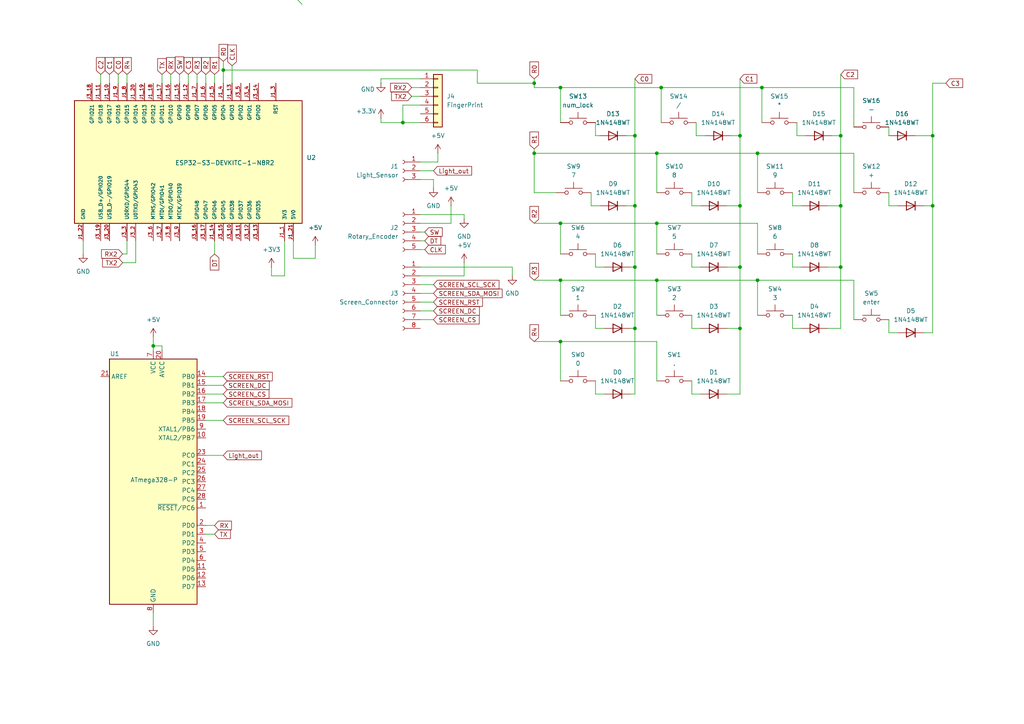
<source format=kicad_sch>
(kicad_sch (version 20250114) (generator "eeschema") (generator_version "9.0")
  (paper "A4")
  (lib_symbols
    (symbol "Connector:Conn_01x03_Socket" (pin_names (offset 1.016) (hide yes))
      (property "Reference" "J" (at 0 5.08 0))
      (property "Value" "Conn_01x03_Socket" (at 0 -5.08 0))
      (symbol "Conn_01x03_Socket_1_1"
        (polyline (pts (xy -1.27 2.54) (xy -0.508 2.54)) (stroke (width 0.1524)))
        (polyline (pts (xy -1.27 0) (xy -0.508 0)) (stroke (width 0.1524)))
        (polyline (pts (xy -1.27 -2.54) (xy -0.508 -2.54)) (stroke (width 0.1524)))
        (arc (start 0 2.032) (mid -0.5058 2.54) (end 0 3.048) (stroke (width 0.1524)))
        (arc (start 0 -0.508) (mid -0.5058 0) (end 0 0.508) (stroke (width 0.1524)))
        (arc (start 0 -3.048) (mid -0.5058 -2.54) (end 0 -2.032) (stroke (width 0.1524)))
        (pin passive line (at -5.08 2.54 0) (length 3.81) (name "Pin_1") (number "1"))
        (pin passive line (at -5.08 0 0) (length 3.81) (name "Pin_2") (number "2"))
        (pin passive line (at -5.08 -2.54 0) (length 3.81) (name "Pin_3") (number "3"))
      )
    )
    (symbol "Connector:Conn_01x05_Socket" (pin_names (offset 1.016) (hide yes))
      (property "Reference" "J" (at 0 7.62 0))
      (property "Value" "Conn_01x05_Socket" (at 0 -7.62 0))
      (symbol "Conn_01x05_Socket_1_1"
        (polyline (pts (xy -1.27 5.08) (xy -0.508 5.08)) (stroke (width 0.1524)))
        (polyline (pts (xy -1.27 2.54) (xy -0.508 2.54)) (stroke (width 0.1524)))
        (polyline (pts (xy -1.27 0) (xy -0.508 0)) (stroke (width 0.1524)))
        (polyline (pts (xy -1.27 -2.54) (xy -0.508 -2.54)) (stroke (width 0.1524)))
        (polyline (pts (xy -1.27 -5.08) (xy -0.508 -5.08)) (stroke (width 0.1524)))
        (arc (start 0 4.572) (mid -0.5058 5.08) (end 0 5.588) (stroke (width 0.1524)))
        (arc (start 0 2.032) (mid -0.5058 2.54) (end 0 3.048) (stroke (width 0.1524)))
        (arc (start 0 -0.508) (mid -0.5058 0) (end 0 0.508) (stroke (width 0.1524)))
        (arc (start 0 -3.048) (mid -0.5058 -2.54) (end 0 -2.032) (stroke (width 0.1524)))
        (arc (start 0 -5.588) (mid -0.5058 -5.08) (end 0 -4.572) (stroke (width 0.1524)))
        (pin passive line (at -5.08 5.08 0) (length 3.81) (name "Pin_1") (number "1"))
        (pin passive line (at -5.08 2.54 0) (length 3.81) (name "Pin_2") (number "2"))
        (pin passive line (at -5.08 0 0) (length 3.81) (name "Pin_3") (number "3"))
        (pin passive line (at -5.08 -2.54 0) (length 3.81) (name "Pin_4") (number "4"))
        (pin passive line (at -5.08 -5.08 0) (length 3.81) (name "Pin_5") (number "5"))
      )
    )
    (symbol "Connector:Conn_01x08_Socket" (pin_names (offset 1.016) (hide yes))
      (property "Reference" "J" (at 0 10.16 0))
      (property "Value" "Conn_01x08_Socket" (at 0 -12.7 0))
      (symbol "Conn_01x08_Socket_1_1"
        (polyline (pts (xy -1.27 7.62) (xy -0.508 7.62)) (stroke (width 0.1524)))
        (polyline (pts (xy -1.27 5.08) (xy -0.508 5.08)) (stroke (width 0.1524)))
        (polyline (pts (xy -1.27 2.54) (xy -0.508 2.54)) (stroke (width 0.1524)))
        (polyline (pts (xy -1.27 0) (xy -0.508 0)) (stroke (width 0.1524)))
        (polyline (pts (xy -1.27 -2.54) (xy -0.508 -2.54)) (stroke (width 0.1524)))
        (polyline (pts (xy -1.27 -5.08) (xy -0.508 -5.08)) (stroke (width 0.1524)))
        (polyline (pts (xy -1.27 -7.62) (xy -0.508 -7.62)) (stroke (width 0.1524)))
        (polyline (pts (xy -1.27 -10.16) (xy -0.508 -10.16)) (stroke (width 0.1524)))
        (arc (start 0 7.112) (mid -0.5058 7.62) (end 0 8.128) (stroke (width 0.1524)))
        (arc (start 0 4.572) (mid -0.5058 5.08) (end 0 5.588) (stroke (width 0.1524)))
        (arc (start 0 2.032) (mid -0.5058 2.54) (end 0 3.048) (stroke (width 0.1524)))
        (arc (start 0 -0.508) (mid -0.5058 0) (end 0 0.508) (stroke (width 0.1524)))
        (arc (start 0 -3.048) (mid -0.5058 -2.54) (end 0 -2.032) (stroke (width 0.1524)))
        (arc (start 0 -5.588) (mid -0.5058 -5.08) (end 0 -4.572) (stroke (width 0.1524)))
        (arc (start 0 -8.128) (mid -0.5058 -7.62) (end 0 -7.112) (stroke (width 0.1524)))
        (arc (start 0 -10.668) (mid -0.5058 -10.16) (end 0 -9.652) (stroke (width 0.1524)))
        (pin passive line (at -5.08 7.62 0) (length 3.81) (name "Pin_1") (number "1"))
        (pin passive line (at -5.08 5.08 0) (length 3.81) (name "Pin_2") (number "2"))
        (pin passive line (at -5.08 2.54 0) (length 3.81) (name "Pin_3") (number "3"))
        (pin passive line (at -5.08 0 0) (length 3.81) (name "Pin_4") (number "4"))
        (pin passive line (at -5.08 -2.54 0) (length 3.81) (name "Pin_5") (number "5"))
        (pin passive line (at -5.08 -5.08 0) (length 3.81) (name "Pin_6") (number "6"))
        (pin passive line (at -5.08 -7.62 0) (length 3.81) (name "Pin_7") (number "7"))
        (pin passive line (at -5.08 -10.16 0) (length 3.81) (name "Pin_8") (number "8"))
      )
    )
    (symbol "Connector_Generic:Conn_01x06" (pin_names (offset 1.016) (hide yes))
      (property "Reference" "J" (at 0 7.62 0))
      (property "Value" "Conn_01x06" (at 0 -10.16 0))
      (symbol "Conn_01x06_1_1"
        (rectangle (start -1.27 6.35) (end 1.27 -8.89) (stroke (width 0.254)) (fill (type background)))
        (rectangle (start -1.27 5.207) (end 0 4.953) (stroke (width 0.1524)))
        (rectangle (start -1.27 2.667) (end 0 2.413) (stroke (width 0.1524)))
        (rectangle (start -1.27 0.127) (end 0 -0.127) (stroke (width 0.1524)))
        (rectangle (start -1.27 -2.413) (end 0 -2.667) (stroke (width 0.1524)))
        (rectangle (start -1.27 -4.953) (end 0 -5.207) (stroke (width 0.1524)))
        (rectangle (start -1.27 -7.493) (end 0 -7.747) (stroke (width 0.1524)))
        (pin passive line (at -5.08 5.08 0) (length 3.81) (name "Pin_1") (number "1"))
        (pin passive line (at -5.08 2.54 0) (length 3.81) (name "Pin_2") (number "2"))
        (pin passive line (at -5.08 0 0) (length 3.81) (name "Pin_3") (number "3"))
        (pin passive line (at -5.08 -2.54 0) (length 3.81) (name "Pin_4") (number "4"))
        (pin passive line (at -5.08 -5.08 0) (length 3.81) (name "Pin_5") (number "5"))
        (pin passive line (at -5.08 -7.62 0) (length 3.81) (name "Pin_6") (number "6"))
      )
    )
    (symbol "Diode:1N4148WT" (pin_numbers (hide yes)) (pin_names (hide yes))
      (property "Reference" "D" (at 0 2.54 0))
      (property "Value" "1N4148WT" (at 0 -2.54 0))
      (symbol "1N4148WT_0_1"
        (polyline (pts (xy -1.27 1.27) (xy -1.27 -1.27)) (stroke (width 0.254)))
        (polyline (pts (xy 1.27 1.27) (xy 1.27 -1.27) (xy -1.27 0) (xy 1.27 1.27)) (stroke (width 0.254)))
        (polyline (pts (xy 1.27 0) (xy -1.27 0)))
      )
      (symbol "1N4148WT_1_1"
        (pin passive line (at -3.81 0 0) (length 2.54) (name "K") (number "1"))
        (pin passive line (at 3.81 0 180) (length 2.54) (name "A") (number "2"))
      )
    )
    (symbol "ESP32-S3-DEVKITC-1-N8R2:ESP32-S3-DEVKITC-1-N8R2" (pin_names (offset 1.016))
      (property "Reference" "U" (at -17.78 35.56 0))
      (property "Value" "ESP32-S3-DEVKITC-1-N8R2" (at -17.78 -35.56 0))
      (symbol "ESP32-S3-DEVKITC-1-N8R2_0_0"
        (rectangle (start -17.78 -33.02) (end 17.78 33.02) (stroke (width 0.254)) (fill (type background)))
        (pin input line (at -22.86 25.4 0) (length 5.08) (name "RST") (number "J1_3"))
        (pin bidirectional line (at -22.86 20.32 0) (length 5.08) (name "GPIO0") (number "J3_14"))
        (pin bidirectional line (at -22.86 17.78 0) (length 5.08) (name "GPIO1") (number "J3_4"))
        (pin bidirectional line (at -22.86 15.24 0) (length 5.08) (name "GPIO2") (number "J3_5"))
        (pin bidirectional line (at -22.86 12.7 0) (length 5.08) (name "GPIO3") (number "J1_13"))
        (pin bidirectional line (at -22.86 10.16 0) (length 5.08) (name "GPIO4") (number "J1_4"))
        (pin bidirectional line (at -22.86 7.62 0) (length 5.08) (name "GPIO5") (number "J1_5"))
        (pin bidirectional line (at -22.86 5.08 0) (length 5.08) (name "GPIO6") (number "J1_6"))
        (pin bidirectional line (at -22.86 2.54 0) (length 5.08) (name "GPIO7") (number "J1_7"))
        (pin bidirectional line (at -22.86 0 0) (length 5.08) (name "GPIO8") (number "J1_12"))
        (pin bidirectional line (at -22.86 -2.54 0) (length 5.08) (name "GPIO9") (number "J1_15"))
        (pin bidirectional line (at -22.86 -5.08 0) (length 5.08) (name "GPIO10") (number "J1_16"))
        (pin bidirectional line (at -22.86 -7.62 0) (length 5.08) (name "GPIO11") (number "J1_17"))
        (pin bidirectional line (at -22.86 -10.16 0) (length 5.08) (name "GPIO12") (number "J1_18"))
        (pin bidirectional line (at -22.86 -12.7 0) (length 5.08) (name "GPIO13") (number "J1_19"))
        (pin bidirectional line (at -22.86 -15.24 0) (length 5.08) (name "GPIO14") (number "J1_20"))
        (pin bidirectional line (at -22.86 -17.78 0) (length 5.08) (name "GPIO15") (number "J1_8"))
        (pin bidirectional line (at -22.86 -20.32 0) (length 5.08) (name "GPIO16") (number "J1_9"))
        (pin bidirectional line (at -22.86 -22.86 0) (length 5.08) (name "GPIO17") (number "J1_10"))
        (pin bidirectional line (at -22.86 -25.4 0) (length 5.08) (name "GPIO18") (number "J1_11"))
        (pin bidirectional line (at -22.86 -27.94 0) (length 5.08) (name "GPIO21") (number "J3_18"))
        (pin power_in line (at 22.86 30.48 180) (length 5.08) (name "5V0") (number "J1_21"))
        (pin power_in line (at 22.86 27.94 180) (length 5.08) (name "3V3") (number "J1_1"))
        (pin power_in line (at 22.86 27.94 180) (length 5.08) (hide yes) (name "3V3") (number "J1_2"))
        (pin bidirectional line (at 22.86 20.32 180) (length 5.08) (name "GPIO35") (number "J3_13"))
        (pin bidirectional line (at 22.86 17.78 180) (length 5.08) (name "GPIO36") (number "J3_12"))
        (pin bidirectional line (at 22.86 15.24 180) (length 5.08) (name "GPIO37") (number "J3_11"))
        (pin bidirectional line (at 22.86 12.7 180) (length 5.08) (name "GPIO38") (number "J3_10"))
        (pin bidirectional line (at 22.86 10.16 180) (length 5.08) (name "GPIO45") (number "J3_15"))
        (pin bidirectional line (at 22.86 7.62 180) (length 5.08) (name "GPIO46") (number "J1_14"))
        (pin bidirectional line (at 22.86 5.08 180) (length 5.08) (name "GPIO47") (number "J3_17"))
        (pin bidirectional line (at 22.86 2.54 180) (length 5.08) (name "GPIO48") (number "J3_16"))
        (pin bidirectional line (at 22.86 -2.54 180) (length 5.08) (name "MTCK/GPIO39") (number "J3_9"))
        (pin bidirectional line (at 22.86 -5.08 180) (length 5.08) (name "MTDO/GPIO40") (number "J3_8"))
        (pin bidirectional line (at 22.86 -7.62 180) (length 5.08) (name "MTDI/GPIO41") (number "J3_7"))
        (pin bidirectional line (at 22.86 -10.16 180) (length 5.08) (name "MTMS/GPIO42") (number "J3_6"))
        (pin bidirectional line (at 22.86 -15.24 180) (length 5.08) (name "U0TXD/GPIO43") (number "J3_2"))
        (pin bidirectional line (at 22.86 -17.78 180) (length 5.08) (name "U0RXD/GPIO44") (number "J3_3"))
        (pin bidirectional line (at 22.86 -22.86 180) (length 5.08) (name "USB_D-/GPIO19") (number "J3_20"))
        (pin bidirectional line (at 22.86 -25.4 180) (length 5.08) (name "USB_D+/GPIO20") (number "J3_19"))
        (pin power_in line (at 22.86 -30.48 180) (length 5.08) (name "GND") (number "J1_22"))
        (pin power_in line (at 22.86 -30.48 180) (length 5.08) (hide yes) (name "GND") (number "J3_1"))
        (pin power_in line (at 22.86 -30.48 180) (length 5.08) (hide yes) (name "GND") (number "J3_21"))
        (pin power_in line (at 22.86 -30.48 180) (length 5.08) (hide yes) (name "GND") (number "J3_22"))
      )
    )
    (symbol "MCU_Microchip_ATmega:ATmega328-P"
      (property "Reference" "U" (at -12.7 36.83 0))
      (property "Value" "ATmega328-P" (at 2.54 -36.83 0))
      (symbol "ATmega328-P_0_1"
        (rectangle (start -12.7 -35.56) (end 12.7 35.56) (stroke (width 0.254)) (fill (type background)))
      )
      (symbol "ATmega328-P_1_1"
        (pin passive line (at -15.24 30.48 0) (length 2.54) (name "AREF") (number "21"))
        (pin power_in line (at 0 38.1 270) (length 2.54) (name "VCC") (number "7"))
        (pin passive line (at 0 -38.1 90) (length 2.54) (hide yes) (name "GND") (number "22"))
        (pin power_in line (at 0 -38.1 90) (length 2.54) (name "GND") (number "8"))
        (pin power_in line (at 2.54 38.1 270) (length 2.54) (name "AVCC") (number "20"))
        (pin bidirectional line (at 15.24 30.48 180) (length 2.54) (name "PB0") (number "14"))
        (pin bidirectional line (at 15.24 27.94 180) (length 2.54) (name "PB1") (number "15"))
        (pin bidirectional line (at 15.24 25.4 180) (length 2.54) (name "PB2") (number "16"))
        (pin bidirectional line (at 15.24 22.86 180) (length 2.54) (name "PB3") (number "17"))
        (pin bidirectional line (at 15.24 20.32 180) (length 2.54) (name "PB4") (number "18"))
        (pin bidirectional line (at 15.24 17.78 180) (length 2.54) (name "PB5") (number "19"))
        (pin bidirectional line (at 15.24 15.24 180) (length 2.54) (name "XTAL1/PB6") (number "9"))
        (pin bidirectional line (at 15.24 12.7 180) (length 2.54) (name "XTAL2/PB7") (number "10"))
        (pin bidirectional line (at 15.24 7.62 180) (length 2.54) (name "PC0") (number "23"))
        (pin bidirectional line (at 15.24 5.08 180) (length 2.54) (name "PC1") (number "24"))
        (pin bidirectional line (at 15.24 2.54 180) (length 2.54) (name "PC2") (number "25"))
        (pin bidirectional line (at 15.24 0 180) (length 2.54) (name "PC3") (number "26"))
        (pin bidirectional line (at 15.24 -2.54 180) (length 2.54) (name "PC4") (number "27"))
        (pin bidirectional line (at 15.24 -5.08 180) (length 2.54) (name "PC5") (number "28"))
        (pin bidirectional line (at 15.24 -7.62 180) (length 2.54) (name "~{RESET}/PC6") (number "1"))
        (pin bidirectional line (at 15.24 -12.7 180) (length 2.54) (name "PD0") (number "2"))
        (pin bidirectional line (at 15.24 -15.24 180) (length 2.54) (name "PD1") (number "3"))
        (pin bidirectional line (at 15.24 -17.78 180) (length 2.54) (name "PD2") (number "4"))
        (pin bidirectional line (at 15.24 -20.32 180) (length 2.54) (name "PD3") (number "5"))
        (pin bidirectional line (at 15.24 -22.86 180) (length 2.54) (name "PD4") (number "6"))
        (pin bidirectional line (at 15.24 -25.4 180) (length 2.54) (name "PD5") (number "11"))
        (pin bidirectional line (at 15.24 -27.94 180) (length 2.54) (name "PD6") (number "12"))
        (pin bidirectional line (at 15.24 -30.48 180) (length 2.54) (name "PD7") (number "13"))
      )
    )
    (symbol "Switch:SW_Push" (pin_numbers (hide yes)) (pin_names (offset 1.016) (hide yes))
      (property "Reference" "SW" (at 1.27 2.54 0))
      (property "Value" "SW_Push" (at 0 -1.524 0))
      (symbol "SW_Push_0_1"
        (circle (center -2.032 0) (radius 0.508))
        (polyline (pts (xy 0 1.27) (xy 0 3.048)))
        (circle (center 2.032 0) (radius 0.508))
        (polyline (pts (xy 2.54 1.27) (xy -2.54 1.27)))
        (pin passive line (at -5.08 0 0) (length 2.54) (name "1") (number "1"))
        (pin passive line (at 5.08 0 180) (length 2.54) (name "2") (number "2"))
      )
    )
    (symbol "power:+3.3V" (power) (pin_numbers (hide yes)) (pin_names (offset 0) (hide yes))
      (property "Value" "+3.3V" (at 0 3.556 0))
      (symbol "+3.3V_0_1"
        (polyline (pts (xy -0.762 1.27) (xy 0 2.54)))
        (polyline (pts (xy 0 2.54) (xy 0.762 1.27)))
        (polyline (pts (xy 0 0) (xy 0 2.54)))
      )
      (symbol "+3.3V_1_1"
        (pin power_in line (at 0 0 90) (length 0) (name "~") (number "1"))
      )
    )
    (symbol "power:+3V3" (power) (pin_numbers (hide yes)) (pin_names (offset 0) (hide yes))
      (property "Value" "+3V3" (at 0 3.556 0))
      (symbol "+3V3_0_1"
        (polyline (pts (xy -0.762 1.27) (xy 0 2.54)))
        (polyline (pts (xy 0 2.54) (xy 0.762 1.27)))
        (polyline (pts (xy 0 0) (xy 0 2.54)))
      )
      (symbol "+3V3_1_1"
        (pin power_in line (at 0 0 90) (length 0) (name "~") (number "1"))
      )
    )
    (symbol "power:+5V" (power) (pin_numbers (hide yes)) (pin_names (offset 0) (hide yes))
      (property "Value" "+5V" (at 0 3.556 0))
      (symbol "+5V_0_1"
        (polyline (pts (xy -0.762 1.27) (xy 0 2.54)))
        (polyline (pts (xy 0 2.54) (xy 0.762 1.27)))
        (polyline (pts (xy 0 0) (xy 0 2.54)))
      )
      (symbol "+5V_1_1"
        (pin power_in line (at 0 0 90) (length 0) (name "~") (number "1"))
      )
    )
    (symbol "power:GND" (power) (pin_numbers (hide yes)) (pin_names (offset 0) (hide yes))
      (property "Value" "GND" (at 0 -3.81 0))
      (symbol "GND_0_1"
        (polyline (pts (xy 0 0) (xy 0 -1.27) (xy 1.27 -1.27) (xy 0 -2.54) (xy -1.27 -1.27) (xy 0 -1.27)))
      )
      (symbol "GND_1_1"
        (pin power_in line (at 0 0 270) (length 0) (name "~") (number "1"))
      )
    )
  )
  (junction (at 191.77 25.4))
  (junction (at 214.63 95.25))
  (junction (at 184.15 39.37))
  (junction (at 214.63 77.47))
  (junction (at 243.84 39.37))
  (junction (at 154.94 44.45))
  (junction (at 116.84 35.56))
  (junction (at 243.84 59.69))
  (junction (at 190.5 81.28))
  (junction (at 270.51 59.69))
  (junction (at 184.15 95.25))
  (junction (at 154.94 24.13))
  (junction (at 219.71 81.28))
  (junction (at 64.77 20.32))
  (junction (at 190.5 44.45))
  (junction (at 162.56 25.4))
  (junction (at 162.56 81.28))
  (junction (at 44.45 100.33))
  (junction (at 214.63 39.37))
  (junction (at 162.56 64.77))
  (junction (at 219.71 44.45))
  (junction (at 270.51 39.37))
  (junction (at 184.15 77.47))
  (junction (at 243.84 77.47))
  (junction (at 184.15 59.69))
  (junction (at 220.98 25.4))
  (junction (at 162.56 99.06))
  (junction (at 214.63 59.69))
  (junction (at 190.5 64.77))
  (bus_entry (at 85.09 -1.27) (size 2.54 2.54))
  (wire (pts (xy 200.66 110.49) (xy 200.66 114.3)))
  (wire (pts (xy 219.71 73.66) (xy 219.71 64.77)))
  (wire (pts (xy 162.56 99.06) (xy 162.56 110.49)))
  (wire (pts (xy 24.13 69.85) (xy 24.13 73.66)))
  (wire (pts (xy 172.72 110.49) (xy 172.72 114.3)))
  (wire (pts (xy 121.92 92.71) (xy 125.73 92.71)))
  (wire (pts (xy 257.81 92.71) (xy 257.81 96.52)))
  (wire (pts (xy 181.61 39.37) (xy 184.15 39.37)))
  (wire (pts (xy 190.5 99.06) (xy 162.56 99.06)))
  (wire (pts (xy 46.99 100.33) (xy 44.45 100.33)))
  (wire (pts (xy 214.63 114.3) (xy 214.63 95.25)))
  (wire (pts (xy 190.5 44.45) (xy 219.71 44.45)))
  (wire (pts (xy 191.77 25.4) (xy 220.98 25.4)))
  (wire (pts (xy 231.14 39.37) (xy 233.68 39.37)))
  (wire (pts (xy 229.87 91.44) (xy 229.87 95.25)))
  (wire (pts (xy 229.87 95.25) (xy 232.41 95.25)))
  (wire (pts (xy 190.5 81.28) (xy 162.56 81.28)))
  (wire (pts (xy 85.09 74.93) (xy 91.44 74.93)))
  (wire (pts (xy 82.55 69.85) (xy 82.55 80.01)))
  (wire (pts (xy 110.49 35.56) (xy 116.84 35.56)))
  (wire (pts (xy 154.94 55.88) (xy 161.29 55.88)))
  (wire (pts (xy 219.71 91.44) (xy 219.71 81.28)))
  (wire (pts (xy 210.82 59.69) (xy 214.63 59.69)))
  (wire (pts (xy 134.62 80.01) (xy 134.62 76.2)))
  (wire (pts (xy 200.66 114.3) (xy 203.2 114.3)))
  (wire (pts (xy 154.94 22.86) (xy 154.94 24.13)))
  (wire (pts (xy 184.15 77.47) (xy 184.15 95.25)))
  (wire (pts (xy 184.15 39.37) (xy 184.15 59.69)))
  (wire (pts (xy 231.14 39.37) (xy 231.14 35.56)))
  (wire (pts (xy 172.72 114.3) (xy 175.26 114.3)))
  (wire (pts (xy 210.82 114.3) (xy 214.63 114.3)))
  (wire (pts (xy 148.59 77.47) (xy 148.59 80.01)))
  (wire (pts (xy 116.84 30.48) (xy 121.92 30.48)))
  (wire (pts (xy 247.65 36.83) (xy 247.65 25.4)))
  (wire (pts (xy 214.63 39.37) (xy 214.63 59.69)))
  (wire (pts (xy 270.51 59.69) (xy 270.51 96.52)))
  (wire (pts (xy 59.69 121.92) (xy 64.77 121.92)))
  (wire (pts (xy 46.99 101.6) (xy 46.99 100.33)))
  (wire (pts (xy 184.15 95.25) (xy 182.88 95.25)))
  (wire (pts (xy 267.97 96.52) (xy 270.51 96.52)))
  (wire (pts (xy 210.82 95.25) (xy 214.63 95.25)))
  (wire (pts (xy 110.49 24.13) (xy 110.49 22.86)))
  (wire (pts (xy 247.65 92.71) (xy 247.65 81.28)))
  (wire (pts (xy 154.94 44.45) (xy 154.94 55.88)))
  (wire (pts (xy 35.56 76.2) (xy 39.37 76.2)))
  (wire (pts (xy 110.49 34.29) (xy 110.49 35.56)))
  (wire (pts (xy 121.92 77.47) (xy 148.59 77.47)))
  (wire (pts (xy 44.45 177.8) (xy 44.45 181.61)))
  (wire (pts (xy 172.72 39.37) (xy 172.72 35.56)))
  (wire (pts (xy 154.94 44.45) (xy 190.5 44.45)))
  (wire (pts (xy 182.88 77.47) (xy 184.15 77.47)))
  (wire (pts (xy 35.56 73.66) (xy 36.83 73.66)))
  (wire (pts (xy 31.75 21.59) (xy 31.75 24.13)))
  (wire (pts (xy 247.65 55.88) (xy 247.65 44.45)))
  (wire (pts (xy 119.38 25.4) (xy 121.92 25.4)))
  (wire (pts (xy 190.5 110.49) (xy 190.5 99.06)))
  (wire (pts (xy 182.88 114.3) (xy 184.15 114.3)))
  (wire (pts (xy 134.62 62.23) (xy 134.62 63.5)))
  (wire (pts (xy 154.94 24.13) (xy 138.43 24.13)))
  (wire (pts (xy 247.65 81.28) (xy 219.71 81.28)))
  (wire (pts (xy 267.97 59.69) (xy 270.51 59.69)))
  (wire (pts (xy 220.98 25.4) (xy 220.98 35.56)))
  (wire (pts (xy 130.81 64.77) (xy 130.81 59.69)))
  (wire (pts (xy 121.92 85.09) (xy 125.73 85.09)))
  (wire (pts (xy 243.84 21.59) (xy 243.84 39.37)))
  (wire (pts (xy 121.92 67.31) (xy 123.19 67.31)))
  (wire (pts (xy 29.21 21.59) (xy 29.21 24.13)))
  (wire (pts (xy 59.69 154.94) (xy 62.23 154.94)))
  (wire (pts (xy 200.66 95.25) (xy 203.2 95.25)))
  (wire (pts (xy 59.69 109.22) (xy 64.77 109.22)))
  (wire (pts (xy 257.81 96.52) (xy 260.35 96.52)))
  (wire (pts (xy 219.71 55.88) (xy 219.71 44.45)))
  (wire (pts (xy 257.81 59.69) (xy 260.35 59.69)))
  (wire (pts (xy 49.53 21.59) (xy 49.53 24.13)))
  (wire (pts (xy 240.03 95.25) (xy 243.84 95.25)))
  (wire (pts (xy 91.44 74.93) (xy 91.44 71.12)))
  (wire (pts (xy 173.99 39.37) (xy 172.72 39.37)))
  (wire (pts (xy 121.92 82.55) (xy 125.73 82.55)))
  (wire (pts (xy 274.32 24.13) (xy 270.51 24.13)))
  (wire (pts (xy 121.92 62.23) (xy 134.62 62.23)))
  (wire (pts (xy 82.55 80.01) (xy 78.74 80.01)))
  (wire (pts (xy 116.84 35.56) (xy 116.84 30.48)))
  (wire (pts (xy 204.47 39.37) (xy 201.93 39.37)))
  (wire (pts (xy 243.84 95.25) (xy 243.84 77.47)))
  (wire (pts (xy 190.5 64.77) (xy 219.71 64.77)))
  (wire (pts (xy 154.94 24.13) (xy 154.94 25.4)))
  (wire (pts (xy 229.87 59.69) (xy 232.41 59.69)))
  (wire (pts (xy 54.61 21.59) (xy 54.61 24.13)))
  (wire (pts (xy 190.5 73.66) (xy 190.5 64.77)))
  (wire (pts (xy 200.66 73.66) (xy 200.66 77.47)))
  (wire (pts (xy 121.92 52.07) (xy 125.73 52.07)))
  (wire (pts (xy 154.94 64.77) (xy 162.56 64.77)))
  (wire (pts (xy 172.72 91.44) (xy 172.72 95.25)))
  (wire (pts (xy 59.69 21.59) (xy 59.69 24.13)))
  (wire (pts (xy 121.92 49.53) (xy 125.73 49.53)))
  (wire (pts (xy 162.56 64.77) (xy 162.56 73.66)))
  (wire (pts (xy 67.31 19.05) (xy 67.31 24.13)))
  (wire (pts (xy 121.92 80.01) (xy 134.62 80.01)))
  (wire (pts (xy 121.92 64.77) (xy 130.81 64.77)))
  (wire (pts (xy 171.45 55.88) (xy 171.45 59.69)))
  (wire (pts (xy 162.56 81.28) (xy 162.56 91.44)))
  (wire (pts (xy 121.92 46.99) (xy 127 46.99)))
  (wire (pts (xy 265.43 39.37) (xy 270.51 39.37)))
  (wire (pts (xy 214.63 22.86) (xy 214.63 39.37)))
  (wire (pts (xy 78.74 80.01) (xy 78.74 77.47)))
  (wire (pts (xy 46.99 21.59) (xy 46.99 24.13)))
  (wire (pts (xy 154.94 99.06) (xy 162.56 99.06)))
  (wire (pts (xy 257.81 55.88) (xy 257.81 59.69)))
  (wire (pts (xy 138.43 24.13) (xy 138.43 20.32)))
  (wire (pts (xy 138.43 20.32) (xy 64.77 20.32)))
  (wire (pts (xy 44.45 97.79) (xy 44.45 100.33)))
  (wire (pts (xy 243.84 39.37) (xy 243.84 59.69)))
  (wire (pts (xy 243.84 77.47) (xy 243.84 59.69)))
  (wire (pts (xy 64.77 20.32) (xy 64.77 24.13)))
  (wire (pts (xy 190.5 55.88) (xy 190.5 44.45)))
  (wire (pts (xy 59.69 111.76) (xy 64.77 111.76)))
  (wire (pts (xy 257.81 36.83) (xy 257.81 39.37)))
  (wire (pts (xy 59.69 116.84) (xy 64.77 116.84)))
  (wire (pts (xy 64.77 17.78) (xy 64.77 20.32)))
  (wire (pts (xy 121.92 72.39) (xy 123.19 72.39)))
  (wire (pts (xy 44.45 100.33) (xy 44.45 101.6)))
  (wire (pts (xy 229.87 55.88) (xy 229.87 59.69)))
  (wire (pts (xy 190.5 64.77) (xy 162.56 64.77)))
  (wire (pts (xy 190.5 91.44) (xy 190.5 81.28)))
  (wire (pts (xy 247.65 25.4) (xy 220.98 25.4)))
  (wire (pts (xy 116.84 35.56) (xy 121.92 35.56)))
  (wire (pts (xy 200.66 77.47) (xy 203.2 77.47)))
  (wire (pts (xy 191.77 25.4) (xy 191.77 35.56)))
  (wire (pts (xy 121.92 90.17) (xy 125.73 90.17)))
  (wire (pts (xy 59.69 132.08) (xy 64.77 132.08)))
  (wire (pts (xy 190.5 81.28) (xy 219.71 81.28)))
  (wire (pts (xy 200.66 91.44) (xy 200.66 95.25)))
  (wire (pts (xy 34.29 21.59) (xy 34.29 24.13)))
  (wire (pts (xy 154.94 25.4) (xy 162.56 25.4)))
  (wire (pts (xy 62.23 69.85) (xy 62.23 73.66)))
  (wire (pts (xy 184.15 114.3) (xy 184.15 95.25)))
  (wire (pts (xy 119.38 27.94) (xy 121.92 27.94)))
  (wire (pts (xy 241.3 39.37) (xy 243.84 39.37)))
  (wire (pts (xy 247.65 44.45) (xy 219.71 44.45)))
  (wire (pts (xy 121.92 87.63) (xy 125.73 87.63)))
  (wire (pts (xy 154.94 43.18) (xy 154.94 44.45)))
  (wire (pts (xy 270.51 39.37) (xy 270.51 59.69)))
  (wire (pts (xy 85.09 69.85) (xy 85.09 74.93)))
  (wire (pts (xy 154.94 81.28) (xy 162.56 81.28)))
  (wire (pts (xy 59.69 114.3) (xy 64.77 114.3)))
  (wire (pts (xy 36.83 21.59) (xy 36.83 24.13)))
  (wire (pts (xy 162.56 25.4) (xy 191.77 25.4)))
  (wire (pts (xy 57.15 21.59) (xy 57.15 24.13)))
  (wire (pts (xy 162.56 25.4) (xy 162.56 35.56)))
  (wire (pts (xy 125.73 54.61) (xy 125.73 52.07)))
  (wire (pts (xy 240.03 77.47) (xy 243.84 77.47)))
  (wire (pts (xy 172.72 95.25) (xy 175.26 95.25)))
  (wire (pts (xy 200.66 55.88) (xy 200.66 59.69)))
  (wire (pts (xy 229.87 73.66) (xy 229.87 77.47)))
  (wire (pts (xy 270.51 24.13) (xy 270.51 39.37)))
  (wire (pts (xy 184.15 59.69) (xy 181.61 59.69)))
  (wire (pts (xy 212.09 39.37) (xy 214.63 39.37)))
  (wire (pts (xy 36.83 73.66) (xy 36.83 69.85)))
  (wire (pts (xy 121.92 69.85) (xy 123.19 69.85)))
  (wire (pts (xy 210.82 77.47) (xy 214.63 77.47)))
  (wire (pts (xy 184.15 59.69) (xy 184.15 77.47)))
  (wire (pts (xy 171.45 59.69) (xy 173.99 59.69)))
  (wire (pts (xy 110.49 22.86) (xy 121.92 22.86)))
  (wire (pts (xy 240.03 59.69) (xy 243.84 59.69)))
  (wire (pts (xy 127 46.99) (xy 127 44.45)))
  (wire (pts (xy 59.69 152.4) (xy 62.23 152.4)))
  (wire (pts (xy 62.23 21.59) (xy 62.23 24.13)))
  (wire (pts (xy 214.63 59.69) (xy 214.63 77.47)))
  (wire (pts (xy 184.15 22.86) (xy 184.15 39.37)))
  (wire (pts (xy 39.37 76.2) (xy 39.37 69.85)))
  (wire (pts (xy 52.07 21.59) (xy 52.07 24.13)))
  (wire (pts (xy 214.63 77.47) (xy 214.63 95.25)))
  (wire (pts (xy 172.72 77.47) (xy 175.26 77.47)))
  (wire (pts (xy 229.87 77.47) (xy 232.41 77.47)))
  (wire (pts (xy 200.66 59.69) (xy 203.2 59.69)))
  (wire (pts (xy 201.93 39.37) (xy 201.93 35.56)))
  (wire (pts (xy 172.72 73.66) (xy 172.72 77.47)))
  (global_label "RX" (shape input) (at 62.23 152.4 0) (property "Intersheetrefs" "${INTERSHEET_REFS}" (effects (hide yes))))
  (global_label "C0" (shape input) (at 184.15 22.86 0) (property "Intersheetrefs" "${INTERSHEET_REFS}" (effects (hide yes))))
  (global_label "SCREEN_SDA_MOSI" (shape input) (at 125.73 85.09 0) (property "Intersheetrefs" "${INTERSHEET_REFS}" (effects (hide yes))))
  (global_label "SCREEN_SCL_SCK" (shape input) (at 64.77 121.92 0) (property "Intersheetrefs" "${INTERSHEET_REFS}" (effects (hide yes))))
  (global_label "RX2" (shape input) (at 119.38 25.4 180) (property "Intersheetrefs" "${INTERSHEET_REFS}" (effects (hide yes))))
  (global_label "TX" (shape input) (at 46.99 21.59 90) (property "Intersheetrefs" "${INTERSHEET_REFS}" (effects (hide yes))))
  (global_label "C1" (shape input) (at 31.75 21.59 90) (property "Intersheetrefs" "${INTERSHEET_REFS}" (effects (hide yes))))
  (global_label "R3" (shape input) (at 57.15 21.59 90) (property "Intersheetrefs" "${INTERSHEET_REFS}" (effects (hide yes))))
  (global_label "SCREEN_DC" (shape input) (at 125.73 90.17 0) (property "Intersheetrefs" "${INTERSHEET_REFS}" (effects (hide yes))))
  (global_label "R1" (shape input) (at 62.23 21.59 90) (property "Intersheetrefs" "${INTERSHEET_REFS}" (effects (hide yes))))
  (global_label "TX2" (shape input) (at 119.38 27.94 180) (property "Intersheetrefs" "${INTERSHEET_REFS}" (effects (hide yes))))
  (global_label "C3" (shape input) (at 274.32 24.13 0) (property "Intersheetrefs" "${INTERSHEET_REFS}" (effects (hide yes))))
  (global_label "Light_out" (shape input) (at 64.77 132.08 0) (property "Intersheetrefs" "${INTERSHEET_REFS}" (effects (hide yes))))
  (global_label "SCREEN_SCL_SCK" (shape input) (at 125.73 82.55 0) (property "Intersheetrefs" "${INTERSHEET_REFS}" (effects (hide yes))))
  (global_label "SW" (shape input) (at 123.19 67.31 0) (property "Intersheetrefs" "${INTERSHEET_REFS}" (effects (hide yes))))
  (global_label "CLK" (shape input) (at 67.31 19.05 90) (property "Intersheetrefs" "${INTERSHEET_REFS}" (effects (hide yes))))
  (global_label "R0" (shape input) (at 154.94 22.86 90) (property "Intersheetrefs" "${INTERSHEET_REFS}" (effects (hide yes))))
  (global_label "R0" (shape input) (at 64.77 17.78 90) (property "Intersheetrefs" "${INTERSHEET_REFS}" (effects (hide yes))))
  (global_label "TX" (shape input) (at 62.23 154.94 0) (property "Intersheetrefs" "${INTERSHEET_REFS}" (effects (hide yes))))
  (global_label "TX2" (shape input) (at 35.56 76.2 180) (property "Intersheetrefs" "${INTERSHEET_REFS}" (effects (hide yes))))
  (global_label "Light_out" (shape input) (at 125.73 49.53 0) (property "Intersheetrefs" "${INTERSHEET_REFS}" (effects (hide yes))))
  (global_label "C2" (shape input) (at 29.21 21.59 90) (property "Intersheetrefs" "${INTERSHEET_REFS}" (effects (hide yes))))
  (global_label "SCREEN_RST" (shape input) (at 125.73 87.63 0) (property "Intersheetrefs" "${INTERSHEET_REFS}" (effects (hide yes))))
  (global_label "RX" (shape input) (at 49.53 21.59 90) (property "Intersheetrefs" "${INTERSHEET_REFS}" (effects (hide yes))))
  (global_label "C2" (shape input) (at 243.84 21.59 0) (property "Intersheetrefs" "${INTERSHEET_REFS}" (effects (hide yes))))
  (global_label "R3" (shape input) (at 154.94 81.28 90) (property "Intersheetrefs" "${INTERSHEET_REFS}" (effects (hide yes))))
  (global_label "SCREEN_RST" (shape input) (at 64.77 109.22 0) (property "Intersheetrefs" "${INTERSHEET_REFS}" (effects (hide yes))))
  (global_label "CLK" (shape input) (at 123.19 72.39 0) (property "Intersheetrefs" "${INTERSHEET_REFS}" (effects (hide yes))))
  (global_label "R1" (shape input) (at 154.94 43.18 90) (property "Intersheetrefs" "${INTERSHEET_REFS}" (effects (hide yes))))
  (global_label "SCREEN_CS" (shape input) (at 64.77 114.3 0) (property "Intersheetrefs" "${INTERSHEET_REFS}" (effects (hide yes))))
  (global_label "SCREEN_SDA_MOSI" (shape input) (at 64.77 116.84 0) (property "Intersheetrefs" "${INTERSHEET_REFS}" (effects (hide yes))))
  (global_label "R2" (shape input) (at 154.94 64.77 90) (property "Intersheetrefs" "${INTERSHEET_REFS}" (effects (hide yes))))
  (global_label "C1" (shape input) (at 214.63 22.86 0) (property "Intersheetrefs" "${INTERSHEET_REFS}" (effects (hide yes))))
  (global_label "RX2" (shape input) (at 35.56 73.66 180) (property "Intersheetrefs" "${INTERSHEET_REFS}" (effects (hide yes))))
  (global_label "C3" (shape input) (at 54.61 21.59 90) (property "Intersheetrefs" "${INTERSHEET_REFS}" (effects (hide yes))))
  (global_label "R2" (shape input) (at 59.69 21.59 90) (property "Intersheetrefs" "${INTERSHEET_REFS}" (effects (hide yes))))
  (global_label "SW" (shape input) (at 52.07 21.59 90) (property "Intersheetrefs" "${INTERSHEET_REFS}" (effects (hide yes))))
  (global_label "R4" (shape input) (at 36.83 21.59 90) (property "Intersheetrefs" "${INTERSHEET_REFS}" (effects (hide yes))))
  (global_label "DT" (shape input) (at 123.19 69.85 0) (property "Intersheetrefs" "${INTERSHEET_REFS}" (effects (hide yes))))
  (global_label "SCREEN_CS" (shape input) (at 125.73 92.71 0) (property "Intersheetrefs" "${INTERSHEET_REFS}" (effects (hide yes))))
  (global_label "SCREEN_DC" (shape input) (at 64.77 111.76 0) (property "Intersheetrefs" "${INTERSHEET_REFS}" (effects (hide yes))))
  (global_label "DT" (shape input) (at 62.23 73.66 270) (property "Intersheetrefs" "${INTERSHEET_REFS}" (effects (hide yes))))
  (global_label "C0" (shape input) (at 34.29 21.59 90) (property "Intersheetrefs" "${INTERSHEET_REFS}" (effects (hide yes))))
  (global_label "R4" (shape input) (at 154.94 99.06 90) (property "Intersheetrefs" "${INTERSHEET_REFS}" (effects (hide yes))))
  (symbol (lib_id "Diode:1N4148WT") (at 179.07 77.47 0) (mirror y) (unit 1)
    (property "Reference" "D6" (at 179.07 71.12 0))
    (property "Value" "1N4148WT" (at 179.07 73.66 0))
    (property "Footprint" "Diode_SMD:D_SOD-523" (effects (hide yes)))
    (property "Datasheet" "https://www.diodes.com/assets/Datasheets/ds30396.pdf" (effects (hide yes)))
    (property "Description" "75V 0.15A Fast switching Diode, SOD-523" (effects (hide yes)))
    (property "Sim.Device" "D" (effects (hide yes)))
    (property "Sim.Pins" "1=K 2=A" (effects (hide yes)))
  )
  (symbol (lib_id "power:+5V") (at 91.44 71.12 0) (unit 1)
    (property "Reference" "#PWR0107" (effects (hide yes)))
    (property "Value" "+5V" (at 91.44 66.04 0))
    (property "Description" "Power symbol creates a global label with name \"+5V\"" (effects (hide yes)))
  )
  (symbol (lib_id "Diode:1N4148WT") (at 236.22 59.69 0) (mirror y) (unit 1)
    (property "Reference" "D11" (at 236.22 53.34 0))
    (property "Value" "1N4148WT" (at 236.22 55.88 0))
    (property "Footprint" "Diode_SMD:D_SOD-523" (effects (hide yes)))
    (property "Datasheet" "https://www.diodes.com/assets/Datasheets/ds30396.pdf" (effects (hide yes)))
    (property "Description" "75V 0.15A Fast switching Diode, SOD-523" (effects (hide yes)))
    (property "Sim.Device" "D" (effects (hide yes)))
    (property "Sim.Pins" "1=K 2=A" (effects (hide yes)))
  )
  (symbol (lib_id "power:+3V3") (at 78.74 77.47 0) (unit 1)
    (property "Reference" "#PWR0113" (effects (hide yes)))
    (property "Value" "+3V3" (at 78.74 72.39 0))
    (property "Description" "Power symbol creates a global label with name \"+3V3\"" (effects (hide yes)))
  )
  (symbol (lib_id "Diode:1N4148WT") (at 207.01 59.69 0) (mirror y) (unit 1)
    (property "Reference" "D10" (at 207.01 53.34 0))
    (property "Value" "1N4148WT" (at 207.01 55.88 0))
    (property "Footprint" "Diode_SMD:D_SOD-523" (effects (hide yes)))
    (property "Datasheet" "https://www.diodes.com/assets/Datasheets/ds30396.pdf" (effects (hide yes)))
    (property "Description" "75V 0.15A Fast switching Diode, SOD-523" (effects (hide yes)))
    (property "Sim.Device" "D" (effects (hide yes)))
    (property "Sim.Pins" "1=K 2=A" (effects (hide yes)))
  )
  (symbol (lib_id "power:+5V") (at 127 44.45 0) (unit 1)
    (property "Reference" "#PWR0105" (effects (hide yes)))
    (property "Value" "+5V" (at 127 39.37 0))
    (property "Description" "Power symbol creates a global label with name \"+5V\"" (effects (hide yes)))
  )
  (symbol (lib_id "Switch:SW_Push") (at 224.79 91.44 0) (unit 1)
    (property "Reference" "SW4" (at 224.79 83.82 0))
    (property "Value" "3" (at 224.79 86.36 0))
    (property "Footprint" "footprints:SW_Gateron_LowProfile_THT" (effects (hide yes)))
    (property "Description" "Push button switch, generic, two pins" (effects (hide yes)))
  )
  (symbol (lib_id "Diode:1N4148WT") (at 179.07 114.3 0) (mirror y) (unit 1)
    (property "Reference" "D0" (at 179.07 107.95 0))
    (property "Value" "1N4148WT" (at 179.07 110.49 0))
    (property "Footprint" "Diode_SMD:D_SOD-523" (effects (hide yes)))
    (property "Datasheet" "https://www.diodes.com/assets/Datasheets/ds30396.pdf" (effects (hide yes)))
    (property "Description" "75V 0.15A Fast switching Diode, SOD-523" (effects (hide yes)))
    (property "Sim.Device" "D" (effects (hide yes)))
    (property "Sim.Pins" "1=K 2=A" (effects (hide yes)))
  )
  (symbol (lib_id "power:GND") (at 110.49 24.13 0) (unit 1)
    (property "Reference" "#PWR0106" (effects (hide yes)))
    (property "Value" "GND" (at 106.68 25.908 0))
    (property "Description" "Power symbol creates a global label with name \"GND\" , ground" (effects (hide yes)))
  )
  (symbol (lib_id "Diode:1N4148WT") (at 207.01 95.25 0) (mirror y) (unit 1)
    (property "Reference" "D3" (at 207.01 88.9 0))
    (property "Value" "1N4148WT" (at 207.01 91.44 0))
    (property "Footprint" "Diode_SMD:D_SOD-523" (effects (hide yes)))
    (property "Datasheet" "https://www.diodes.com/assets/Datasheets/ds30396.pdf" (effects (hide yes)))
    (property "Description" "75V 0.15A Fast switching Diode, SOD-523" (effects (hide yes)))
    (property "Sim.Device" "D" (effects (hide yes)))
    (property "Sim.Pins" "1=K 2=A" (effects (hide yes)))
  )
  (symbol (lib_id "Connector:Conn_01x05_Socket") (at 116.84 67.31 0) (mirror y) (unit 1)
    (property "Reference" "J2" (at 115.57 66.0399 0) (effects (justify left)))
    (property "Value" "Rotary_Encoder" (at 115.57 68.5799 0) (effects (justify left)))
    (property "Footprint" "Connector_PinHeader_2.54mm:PinHeader_1x05_P2.54mm_Vertical" (effects (hide yes)))
    (property "Description" "Generic connector, single row, 01x05, script generated" (effects (hide yes)))
  )
  (symbol (lib_id "power:GND") (at 24.13 73.66 0) (unit 1)
    (property "Reference" "#PWR0110" (effects (hide yes)))
    (property "Value" "GND" (at 24.13 78.74 0))
    (property "Description" "Power symbol creates a global label with name \"GND\" , ground" (effects (hide yes)))
  )
  (symbol (lib_id "power:+3.3V") (at 110.49 34.29 0) (unit 1)
    (property "Reference" "#PWR0102" (effects (hide yes)))
    (property "Value" "+3.3V" (at 106.172 32.258 0))
    (property "Description" "Power symbol creates a global label with name \"+3.3V\"" (effects (hide yes)))
  )
  (symbol (lib_id "Diode:1N4148WT") (at 177.8 59.69 0) (mirror y) (unit 1)
    (property "Reference" "D9" (at 177.8 53.34 0))
    (property "Value" "1N4148WT" (at 177.8 55.88 0))
    (property "Footprint" "Diode_SMD:D_SOD-523" (effects (hide yes)))
    (property "Datasheet" "https://www.diodes.com/assets/Datasheets/ds30396.pdf" (effects (hide yes)))
    (property "Description" "75V 0.15A Fast switching Diode, SOD-523" (effects (hide yes)))
    (property "Sim.Device" "D" (effects (hide yes)))
    (property "Sim.Pins" "1=K 2=A" (effects (hide yes)))
  )
  (symbol (lib_id "Diode:1N4148WT") (at 179.07 95.25 0) (mirror y) (unit 1)
    (property "Reference" "D2" (at 179.07 88.9 0))
    (property "Value" "1N4148WT" (at 179.07 91.44 0))
    (property "Footprint" "Diode_SMD:D_SOD-523" (effects (hide yes)))
    (property "Datasheet" "https://www.diodes.com/assets/Datasheets/ds30396.pdf" (effects (hide yes)))
    (property "Description" "75V 0.15A Fast switching Diode, SOD-523" (effects (hide yes)))
    (property "Sim.Device" "D" (effects (hide yes)))
    (property "Sim.Pins" "1=K 2=A" (effects (hide yes)))
  )
  (symbol (lib_id "power:GND") (at 44.45 181.61 0) (unit 1)
    (property "Reference" "#PWR0112" (effects (hide yes)))
    (property "Value" "GND" (at 44.45 186.69 0))
    (property "Description" "Power symbol creates a global label with name \"GND\" , ground" (effects (hide yes)))
  )
  (symbol (lib_id "Switch:SW_Push") (at 167.64 91.44 0) (unit 1)
    (property "Reference" "SW2" (at 167.64 83.82 0))
    (property "Value" "1" (at 167.64 86.36 0))
    (property "Footprint" "footprints:SW_Gateron_LowProfile_THT" (effects (hide yes)))
    (property "Description" "Push button switch, generic, two pins" (effects (hide yes)))
  )
  (symbol (lib_id "Switch:SW_Push") (at 196.85 35.56 0) (unit 1)
    (property "Reference" "SW14" (at 196.85 27.94 0))
    (property "Value" "/" (at 196.85 30.48 0))
    (property "Footprint" "footprints:SW_Gateron_LowProfile_THT" (effects (hide yes)))
    (property "Description" "Push button switch, generic, two pins" (effects (hide yes)))
  )
  (symbol (lib_id "Diode:1N4148WT") (at 207.01 114.3 0) (mirror y) (unit 1)
    (property "Reference" "D1" (at 207.01 107.95 0))
    (property "Value" "1N4148WT" (at 207.01 110.49 0))
    (property "Footprint" "Diode_SMD:D_SOD-523" (effects (hide yes)))
    (property "Datasheet" "https://www.diodes.com/assets/Datasheets/ds30396.pdf" (effects (hide yes)))
    (property "Description" "75V 0.15A Fast switching Diode, SOD-523" (effects (hide yes)))
    (property "Sim.Device" "D" (effects (hide yes)))
    (property "Sim.Pins" "1=K 2=A" (effects (hide yes)))
  )
  (symbol (lib_id "ESP32-S3-DEVKITC-1-N8R2:ESP32-S3-DEVKITC-1-N8R2") (at 54.61 46.99 270) (unit 1)
    (property "Reference" "U2" (at 88.9 45.7199 90) (effects (justify left)))
    (property "Value" "ESP32-S3-DEVKITC-1-N8R2" (at 50.8 47.244 90) (effects (justify left)))
    (property "Footprint" "PCM_Espressif:ESP32-S3-DevKitC" (effects (hide yes)))
    (property "MF" "Espressif Systems" (effects (hide yes)))
    (property "Description_1" "WiFi Development Tools - 802.11 ESP32-S3 general-purpose development board, embeds ESP32-S3-WROOM-1-N8R2, with pin header" (effects (hide yes)))
    (property "Package" "None" (effects (hide yes)))
    (property "Price" "None" (effects (hide yes)))
    (property "Check_prices" "https://www.snapeda.com/parts/ESP32-S3-DEVKITC-1-N8R2/Espressif+Systems/view-part/?ref=eda" (effects (hide yes)))
    (property "STANDARD" "Manufacturer Recommendations" (effects (hide yes)))
    (property "PARTREV" "V1" (effects (hide yes)))
    (property "SnapEDA_Link" "https://www.snapeda.com/parts/ESP32-S3-DEVKITC-1-N8R2/Espressif+Systems/view-part/?ref=snap" (effects (hide yes)))
    (property "MP" "ESP32-S3-DEVKITC-1-N8R2" (effects (hide yes)))
    (property "Availability" "In Stock" (effects (hide yes)))
    (property "MANUFACTURER" "Espressif" (effects (hide yes)))
  )
  (symbol (lib_id "Switch:SW_Push") (at 166.37 55.88 0) (unit 1)
    (property "Reference" "SW9" (at 166.37 48.26 0))
    (property "Value" "7" (at 166.37 50.8 0))
    (property "Footprint" "footprints:SW_Gateron_LowProfile_THT" (effects (hide yes)))
    (property "Description" "Push button switch, generic, two pins" (effects (hide yes)))
  )
  (symbol (lib_id "Diode:1N4148WT") (at 177.8 39.37 0) (mirror y) (unit 1)
    (property "Reference" "D13" (at 177.8 33.02 0))
    (property "Value" "1N4148WT" (at 177.8 35.56 0))
    (property "Footprint" "Diode_SMD:D_SOD-523" (effects (hide yes)))
    (property "Datasheet" "https://www.diodes.com/assets/Datasheets/ds30396.pdf" (effects (hide yes)))
    (property "Description" "75V 0.15A Fast switching Diode, SOD-523" (effects (hide yes)))
    (property "Sim.Device" "D" (effects (hide yes)))
    (property "Sim.Pins" "1=K 2=A" (effects (hide yes)))
  )
  (symbol (lib_id "Switch:SW_Push") (at 252.73 92.71 0) (unit 1)
    (property "Reference" "SW5" (at 252.73 85.09 0))
    (property "Value" "enter" (at 252.73 87.63 0))
    (property "Footprint" "footprints:SW_Gateron_LowProfile_THT" (effects (hide yes)))
    (property "Description" "Push button switch, generic, two pins" (effects (hide yes)))
  )
  (symbol (lib_id "Switch:SW_Push") (at 252.73 36.83 0) (unit 1)
    (property "Reference" "SW16" (at 252.73 29.21 0))
    (property "Value" "-" (at 252.73 31.75 0))
    (property "Footprint" "footprints:SW_Gateron_LowProfile_THT" (effects (hide yes)))
    (property "Description" "Push button switch, generic, two pins" (effects (hide yes)))
  )
  (symbol (lib_id "Diode:1N4148WT") (at 207.01 77.47 0) (mirror y) (unit 1)
    (property "Reference" "D7" (at 207.01 71.12 0))
    (property "Value" "1N4148WT" (at 207.01 73.66 0))
    (property "Footprint" "Diode_SMD:D_SOD-523" (effects (hide yes)))
    (property "Datasheet" "https://www.diodes.com/assets/Datasheets/ds30396.pdf" (effects (hide yes)))
    (property "Description" "75V 0.15A Fast switching Diode, SOD-523" (effects (hide yes)))
    (property "Sim.Device" "D" (effects (hide yes)))
    (property "Sim.Pins" "1=K 2=A" (effects (hide yes)))
  )
  (symbol (lib_id "Diode:1N4148WT") (at 261.62 39.37 0) (mirror y) (unit 1)
    (property "Reference" "D16" (at 261.62 33.02 0))
    (property "Value" "1N4148WT" (at 261.62 35.56 0))
    (property "Footprint" "Diode_SMD:D_SOD-523" (effects (hide yes)))
    (property "Datasheet" "https://www.diodes.com/assets/Datasheets/ds30396.pdf" (effects (hide yes)))
    (property "Description" "75V 0.15A Fast switching Diode, SOD-523" (effects (hide yes)))
    (property "Sim.Device" "D" (effects (hide yes)))
    (property "Sim.Pins" "1=K 2=A" (effects (hide yes)))
  )
  (symbol (lib_id "Diode:1N4148WT") (at 264.16 96.52 0) (mirror y) (unit 1)
    (property "Reference" "D5" (at 264.16 90.17 0))
    (property "Value" "1N4148WT" (at 264.16 92.71 0))
    (property "Footprint" "Diode_SMD:D_SOD-523" (effects (hide yes)))
    (property "Datasheet" "https://www.diodes.com/assets/Datasheets/ds30396.pdf" (effects (hide yes)))
    (property "Description" "75V 0.15A Fast switching Diode, SOD-523" (effects (hide yes)))
    (property "Sim.Device" "D" (effects (hide yes)))
    (property "Sim.Pins" "1=K 2=A" (effects (hide yes)))
  )
  (symbol (lib_id "Connector_Generic:Conn_01x06") (at 127 27.94 0) (unit 1)
    (property "Reference" "J4" (at 129.54 27.9399 0) (effects (justify left)))
    (property "Value" "FingerPrint" (at 129.54 30.4799 0) (effects (justify left)))
    (property "Footprint" "Connector_PinHeader_2.54mm:PinHeader_1x06_P2.54mm_Vertical" (effects (hide yes)))
    (property "Description" "Generic connector, single row, 01x06, script generated (kicad-library-utils/schlib/autogen/connector/)" (effects (hide yes)))
  )
  (symbol (lib_id "power:GND") (at 134.62 63.5 0) (unit 1)
    (property "Reference" "#PWR0108" (effects (hide yes)))
    (property "Value" "GND" (at 134.62 68.58 0))
    (property "Description" "Power symbol creates a global label with name \"GND\" , ground" (effects (hide yes)))
  )
  (symbol (lib_id "Connector:Conn_01x08_Socket") (at 116.84 85.09 0) (mirror y) (unit 1)
    (property "Reference" "J3" (at 115.57 85.0899 0) (effects (justify left)))
    (property "Value" "Screen_Connector" (at 115.57 87.6299 0) (effects (justify left)))
    (property "Footprint" "Connector_PinHeader_2.54mm:PinHeader_1x08_P2.54mm_Vertical" (effects (hide yes)))
    (property "Description" "Generic connector, single row, 01x08, script generated" (effects (hide yes)))
  )
  (symbol (lib_id "Switch:SW_Push") (at 226.06 35.56 0) (unit 1)
    (property "Reference" "SW15" (at 226.06 27.94 0))
    (property "Value" "*" (at 226.06 30.48 0))
    (property "Footprint" "footprints:SW_Gateron_LowProfile_THT" (effects (hide yes)))
    (property "Description" "Push button switch, generic, two pins" (effects (hide yes)))
  )
  (symbol (lib_id "Switch:SW_Push") (at 224.79 73.66 0) (unit 1)
    (property "Reference" "SW8" (at 224.79 66.04 0))
    (property "Value" "6" (at 224.79 68.58 0))
    (property "Footprint" "footprints:SW_Gateron_LowProfile_THT" (effects (hide yes)))
    (property "Description" "Push button switch, generic, two pins" (effects (hide yes)))
  )
  (symbol (lib_id "Switch:SW_Push") (at 167.64 73.66 0) (unit 1)
    (property "Reference" "SW6" (at 167.64 66.04 0))
    (property "Value" "4" (at 167.64 68.58 0))
    (property "Footprint" "footprints:SW_Gateron_LowProfile_THT" (effects (hide yes)))
    (property "Description" "Push button switch, generic, two pins" (effects (hide yes)))
  )
  (symbol (lib_id "Diode:1N4148WT") (at 237.49 39.37 0) (mirror y) (unit 1)
    (property "Reference" "D15" (at 237.49 33.02 0))
    (property "Value" "1N4148WT" (at 237.49 35.56 0))
    (property "Footprint" "Diode_SMD:D_SOD-523" (effects (hide yes)))
    (property "Datasheet" "https://www.diodes.com/assets/Datasheets/ds30396.pdf" (effects (hide yes)))
    (property "Description" "75V 0.15A Fast switching Diode, SOD-523" (effects (hide yes)))
    (property "Sim.Device" "D" (effects (hide yes)))
    (property "Sim.Pins" "1=K 2=A" (effects (hide yes)))
  )
  (symbol (lib_id "power:+5V") (at 134.62 76.2 0) (unit 1)
    (property "Reference" "#PWR0109" (effects (hide yes)))
    (property "Value" "+5V" (at 134.62 71.12 0))
    (property "Description" "Power symbol creates a global label with name \"+5V\"" (effects (hide yes)))
  )
  (symbol (lib_id "power:GND") (at 125.73 54.61 0) (unit 1)
    (property "Reference" "#PWR0103" (effects (hide yes)))
    (property "Value" "GND" (at 125.73 59.69 0))
    (property "Description" "Power symbol creates a global label with name \"GND\" , ground" (effects (hide yes)))
  )
  (symbol (lib_id "Connector:Conn_01x03_Socket") (at 116.84 49.53 0) (mirror y) (unit 1)
    (property "Reference" "J1" (at 115.57 48.2599 0) (effects (justify left)))
    (property "Value" "Light_Sensor" (at 115.57 50.7999 0) (effects (justify left)))
    (property "Footprint" "Connector_PinHeader_2.54mm:PinHeader_1x03_P2.54mm_Vertical" (effects (hide yes)))
    (property "Description" "Generic connector, single row, 01x03, script generated" (effects (hide yes)))
  )
  (symbol (lib_id "Switch:SW_Push") (at 195.58 110.49 0) (unit 1)
    (property "Reference" "SW1" (at 195.58 102.87 0))
    (property "Value" "." (at 195.58 105.41 0))
    (property "Footprint" "footprints:SW_Gateron_LowProfile_THT" (effects (hide yes)))
    (property "Description" "Push button switch, generic, two pins" (effects (hide yes)))
  )
  (symbol (lib_id "Switch:SW_Push") (at 167.64 35.56 0) (unit 1)
    (property "Reference" "SW13" (at 167.64 27.94 0))
    (property "Value" "num_lock" (at 167.64 30.48 0))
    (property "Footprint" "footprints:SW_Gateron_LowProfile_THT" (effects (hide yes)))
    (property "Description" "Push button switch, generic, two pins" (effects (hide yes)))
  )
  (symbol (lib_id "Diode:1N4148WT") (at 236.22 95.25 0) (mirror y) (unit 1)
    (property "Reference" "D4" (at 236.22 88.9 0))
    (property "Value" "1N4148WT" (at 236.22 91.44 0))
    (property "Footprint" "Diode_SMD:D_SOD-523" (effects (hide yes)))
    (property "Datasheet" "https://www.diodes.com/assets/Datasheets/ds30396.pdf" (effects (hide yes)))
    (property "Description" "75V 0.15A Fast switching Diode, SOD-523" (effects (hide yes)))
    (property "Sim.Device" "D" (effects (hide yes)))
    (property "Sim.Pins" "1=K 2=A" (effects (hide yes)))
  )
  (symbol (lib_id "Diode:1N4148WT") (at 264.16 59.69 0) (mirror y) (unit 1)
    (property "Reference" "D12" (at 264.16 53.34 0))
    (property "Value" "1N4148WT" (at 264.16 55.88 0))
    (property "Footprint" "Diode_SMD:D_SOD-523" (effects (hide yes)))
    (property "Datasheet" "https://www.diodes.com/assets/Datasheets/ds30396.pdf" (effects (hide yes)))
    (property "Description" "75V 0.15A Fast switching Diode, SOD-523" (effects (hide yes)))
    (property "Sim.Device" "D" (effects (hide yes)))
    (property "Sim.Pins" "1=K 2=A" (effects (hide yes)))
  )
  (symbol (lib_id "Switch:SW_Push") (at 195.58 91.44 0) (unit 1)
    (property "Reference" "SW3" (at 195.58 83.82 0))
    (property "Value" "2" (at 195.58 86.36 0))
    (property "Footprint" "footprints:SW_Gateron_LowProfile_THT" (effects (hide yes)))
    (property "Description" "Push button switch, generic, two pins" (effects (hide yes)))
  )
  (symbol (lib_id "power:+5V") (at 44.45 97.79 0) (unit 1)
    (property "Reference" "#PWR0111" (effects (hide yes)))
    (property "Value" "+5V" (at 44.45 92.71 0))
    (property "Description" "Power symbol creates a global label with name \"+5V\"" (effects (hide yes)))
  )
  (symbol (lib_id "Switch:SW_Push") (at 195.58 55.88 0) (unit 1)
    (property "Reference" "SW10" (at 195.58 48.26 0))
    (property "Value" "8" (at 195.58 50.8 0))
    (property "Footprint" "footprints:SW_Gateron_LowProfile_THT" (effects (hide yes)))
    (property "Description" "Push button switch, generic, two pins" (effects (hide yes)))
  )
  (symbol (lib_id "Switch:SW_Push") (at 252.73 55.88 0) (unit 1)
    (property "Reference" "SW12" (at 252.73 48.26 0))
    (property "Value" "+" (at 252.73 50.8 0))
    (property "Footprint" "footprints:SW_Gateron_LowProfile_THT" (effects (hide yes)))
    (property "Description" "Push button switch, generic, two pins" (effects (hide yes)))
  )
  (symbol (lib_id "MCU_Microchip_ATmega:ATmega328-P") (at 44.45 139.7 0) (unit 1)
    (property "Reference" "U1" (at 33.274 102.616 0))
    (property "Value" "ATmega328-P" (at 44.704 139.192 0))
    (property "Footprint" "footprints:QFP80P900X900X120-32N" (effects (hide yes)))
    (property "Datasheet" "http://ww1.microchip.com/downloads/en/DeviceDoc/ATmega328_P%20AVR%20MCU%20with%20picoPower%20Technology%20Data%20Sheet%2040001984A.pdf" (effects (hide yes)))
    (property "Description" "20MHz, 32kB Flash, 2kB SRAM, 1kB EEPROM, DIP-28" (effects (hide yes)))
  )
  (symbol (lib_id "Diode:1N4148WT") (at 236.22 77.47 0) (mirror y) (unit 1)
    (property "Reference" "D8" (at 236.22 71.12 0))
    (property "Value" "1N4148WT" (at 236.22 73.66 0))
    (property "Footprint" "Diode_SMD:D_SOD-523" (effects (hide yes)))
    (property "Datasheet" "https://www.diodes.com/assets/Datasheets/ds30396.pdf" (effects (hide yes)))
    (property "Description" "75V 0.15A Fast switching Diode, SOD-523" (effects (hide yes)))
    (property "Sim.Device" "D" (effects (hide yes)))
    (property "Sim.Pins" "1=K 2=A" (effects (hide yes)))
  )
  (symbol (lib_id "Switch:SW_Push") (at 167.64 110.49 0) (unit 1)
    (property "Reference" "SW0" (at 167.64 102.87 0))
    (property "Value" "0" (at 167.64 105.41 0))
    (property "Footprint" "footprints:SW_Gateron_LowProfile_THT" (effects (hide yes)))
    (property "Description" "Push button switch, generic, two pins" (effects (hide yes)))
  )
  (symbol (lib_id "power:+5V") (at 130.81 59.69 0) (unit 1)
    (property "Reference" "#PWR0104" (effects (hide yes)))
    (property "Value" "+5V" (at 130.81 54.61 0))
    (property "Description" "Power symbol creates a global label with name \"+5V\"" (effects (hide yes)))
  )
  (symbol (lib_id "Switch:SW_Push") (at 195.58 73.66 0) (unit 1)
    (property "Reference" "SW7" (at 195.58 66.04 0))
    (property "Value" "5" (at 195.58 68.58 0))
    (property "Footprint" "footprints:SW_Gateron_LowProfile_THT" (effects (hide yes)))
    (property "Description" "Push button switch, generic, two pins" (effects (hide yes)))
  )
  (symbol (lib_id "Switch:SW_Push") (at 224.79 55.88 0) (unit 1)
    (property "Reference" "SW11" (at 224.79 48.26 0))
    (property "Value" "9" (at 224.79 50.8 0))
    (property "Footprint" "footprints:SW_Gateron_LowProfile_THT" (effects (hide yes)))
    (property "Description" "Push button switch, generic, two pins" (effects (hide yes)))
  )
  (symbol (lib_id "power:GND") (at 148.59 80.01 0) (unit 1)
    (property "Reference" "#PWR0101" (effects (hide yes)))
    (property "Value" "GND" (at 148.59 85.09 0))
    (property "Description" "Power symbol creates a global label with name \"GND\" , ground" (effects (hide yes)))
  )
  (symbol (lib_id "Diode:1N4148WT") (at 208.28 39.37 0) (mirror y) (unit 1)
    (property "Reference" "D14" (at 208.28 33.02 0))
    (property "Value" "1N4148WT" (at 208.28 35.56 0))
    (property "Footprint" "Diode_SMD:D_SOD-523" (effects (hide yes)))
    (property "Datasheet" "https://www.diodes.com/assets/Datasheets/ds30396.pdf" (effects (hide yes)))
    (property "Description" "75V 0.15A Fast switching Diode, SOD-523" (effects (hide yes)))
    (property "Sim.Device" "D" (effects (hide yes)))
    (property "Sim.Pins" "1=K 2=A" (effects (hide yes)))
  )
)
</source>
